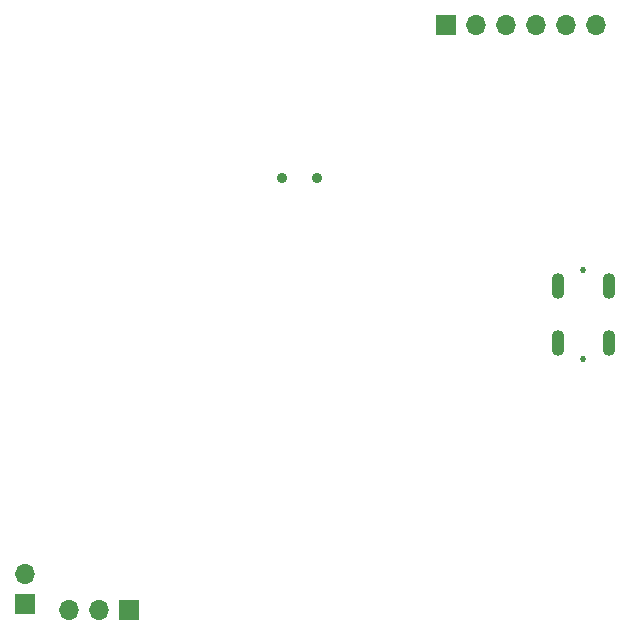
<source format=gbr>
%TF.GenerationSoftware,KiCad,Pcbnew,7.0.7-7.0.7~ubuntu22.04.1*%
%TF.CreationDate,2023-09-13T17:51:59+02:00*%
%TF.ProjectId,ShotClockProject,53686f74-436c-46f6-936b-50726f6a6563,rev?*%
%TF.SameCoordinates,Original*%
%TF.FileFunction,Soldermask,Bot*%
%TF.FilePolarity,Negative*%
%FSLAX46Y46*%
G04 Gerber Fmt 4.6, Leading zero omitted, Abs format (unit mm)*
G04 Created by KiCad (PCBNEW 7.0.7-7.0.7~ubuntu22.04.1) date 2023-09-13 17:51:59*
%MOMM*%
%LPD*%
G01*
G04 APERTURE LIST*
%ADD10R,1.700000X1.700000*%
%ADD11O,1.700000X1.700000*%
%ADD12C,0.520000*%
%ADD13O,1.100000X2.200000*%
%ADD14C,0.900000*%
G04 APERTURE END LIST*
D10*
%TO.C,J3*%
X164380000Y-75500000D03*
D11*
X166920000Y-75500000D03*
X169460000Y-75500000D03*
X172000000Y-75500000D03*
X174540000Y-75500000D03*
X177080000Y-75500000D03*
%TD*%
D10*
%TO.C,J5*%
X128750000Y-124540000D03*
D11*
X128750000Y-122000000D03*
%TD*%
D10*
%TO.C,J6*%
X137540000Y-125000000D03*
D11*
X135000000Y-125000000D03*
X132460000Y-125000000D03*
%TD*%
D12*
%TO.C,J1*%
X176000000Y-96250000D03*
X176000000Y-103750000D03*
D13*
X178150000Y-97600000D03*
X173850000Y-97600000D03*
X178150000Y-102400000D03*
X173850000Y-102400000D03*
%TD*%
D14*
%TO.C,SW2*%
X153500000Y-88420000D03*
X150500000Y-88420000D03*
%TD*%
M02*

</source>
